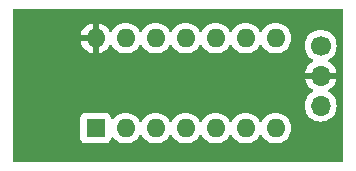
<source format=gbr>
%TF.GenerationSoftware,KiCad,Pcbnew,7.0.8*%
%TF.CreationDate,2023-10-28T23:36:24+09:00*%
%TF.ProjectId,cw_keyboard,63775f6b-6579-4626-9f61-72642e6b6963,rev?*%
%TF.SameCoordinates,Original*%
%TF.FileFunction,Copper,L2,Bot*%
%TF.FilePolarity,Positive*%
%FSLAX46Y46*%
G04 Gerber Fmt 4.6, Leading zero omitted, Abs format (unit mm)*
G04 Created by KiCad (PCBNEW 7.0.8) date 2023-10-28 23:36:24*
%MOMM*%
%LPD*%
G01*
G04 APERTURE LIST*
%TA.AperFunction,ComponentPad*%
%ADD10C,1.700000*%
%TD*%
%TA.AperFunction,ComponentPad*%
%ADD11O,1.700000X1.700000*%
%TD*%
%TA.AperFunction,ComponentPad*%
%ADD12O,1.600000X1.600000*%
%TD*%
%TA.AperFunction,ComponentPad*%
%ADD13R,1.600000X1.600000*%
%TD*%
%TA.AperFunction,ViaPad*%
%ADD14C,0.800000*%
%TD*%
G04 APERTURE END LIST*
D10*
%TO.P,Y1,1,1*%
%TO.N,Net-(U1-XTAL1{slash}PB0)*%
X51435000Y-24130000D03*
D11*
%TO.P,Y1,2,2*%
%TO.N,GND*%
X51435000Y-26670000D03*
%TO.P,Y1,3,3*%
%TO.N,Net-(U1-XTAL2{slash}PB1)*%
X51435000Y-29210000D03*
%TD*%
D12*
%TO.P,U1,14,GND*%
%TO.N,GND*%
X32385000Y-23495000D03*
%TO.P,U1,13,AREF/PA0*%
%TO.N,Net-(U1-AREF{slash}PA0)*%
X34925000Y-23495000D03*
%TO.P,U1,12,PA1*%
%TO.N,Net-(U1-PA1)*%
X37465000Y-23495000D03*
%TO.P,U1,11,PA2*%
%TO.N,Net-(D3-A)*%
X40005000Y-23495000D03*
%TO.P,U1,10,PA3*%
%TO.N,unconnected-(U1-PA3-Pad10)*%
X42545000Y-23495000D03*
%TO.P,U1,9,PA4*%
%TO.N,unconnected-(U1-PA4-Pad9)*%
X45085000Y-23495000D03*
%TO.P,U1,8,PA5*%
%TO.N,unconnected-(U1-PA5-Pad8)*%
X47625000Y-23495000D03*
%TO.P,U1,7,PA6*%
%TO.N,Net-(U1-PA6)*%
X47625000Y-31115000D03*
%TO.P,U1,6,PA7*%
%TO.N,TOUCHPAD*%
X45085000Y-31115000D03*
%TO.P,U1,5,PB2*%
%TO.N,unconnected-(U1-PB2-Pad5)*%
X42545000Y-31115000D03*
%TO.P,U1,4,~{RESET}/PB3*%
%TO.N,unconnected-(U1-~{RESET}{slash}PB3-Pad4)*%
X40005000Y-31115000D03*
%TO.P,U1,3,XTAL2/PB1*%
%TO.N,Net-(U1-XTAL2{slash}PB1)*%
X37465000Y-31115000D03*
%TO.P,U1,2,XTAL1/PB0*%
%TO.N,Net-(U1-XTAL1{slash}PB0)*%
X34925000Y-31115000D03*
D13*
%TO.P,U1,1,VCC*%
%TO.N,VCC*%
X32385000Y-31115000D03*
%TD*%
D14*
%TO.N,GND*%
X27305000Y-29845000D03*
X31115000Y-24765000D03*
X26575500Y-22872325D03*
%TD*%
%TA.AperFunction,Conductor*%
%TO.N,GND*%
G36*
X53283039Y-21020185D02*
G01*
X53328794Y-21072989D01*
X53340000Y-21124500D01*
X53340000Y-33875500D01*
X53320315Y-33942539D01*
X53267511Y-33988294D01*
X53216000Y-33999500D01*
X25524000Y-33999500D01*
X25456961Y-33979815D01*
X25411206Y-33927011D01*
X25400000Y-33875500D01*
X25400000Y-31962870D01*
X31084500Y-31962870D01*
X31084501Y-31962876D01*
X31090908Y-32022483D01*
X31141202Y-32157328D01*
X31141206Y-32157335D01*
X31227452Y-32272544D01*
X31227455Y-32272547D01*
X31342664Y-32358793D01*
X31342671Y-32358797D01*
X31477517Y-32409091D01*
X31477516Y-32409091D01*
X31484444Y-32409835D01*
X31537127Y-32415500D01*
X33232872Y-32415499D01*
X33292483Y-32409091D01*
X33427331Y-32358796D01*
X33542546Y-32272546D01*
X33628796Y-32157331D01*
X33679091Y-32022483D01*
X33682862Y-31987401D01*
X33709599Y-31922855D01*
X33766990Y-31883006D01*
X33836816Y-31880511D01*
X33896905Y-31916163D01*
X33907726Y-31929536D01*
X33924956Y-31954143D01*
X34085858Y-32115045D01*
X34085861Y-32115047D01*
X34272266Y-32245568D01*
X34478504Y-32341739D01*
X34698308Y-32400635D01*
X34860230Y-32414801D01*
X34924998Y-32420468D01*
X34925000Y-32420468D01*
X34925002Y-32420468D01*
X34981807Y-32415498D01*
X35151692Y-32400635D01*
X35371496Y-32341739D01*
X35577734Y-32245568D01*
X35764139Y-32115047D01*
X35925047Y-31954139D01*
X36055568Y-31767734D01*
X36082618Y-31709724D01*
X36128790Y-31657285D01*
X36195983Y-31638133D01*
X36262865Y-31658348D01*
X36307382Y-31709725D01*
X36334429Y-31767728D01*
X36334432Y-31767734D01*
X36464954Y-31954141D01*
X36625858Y-32115045D01*
X36625861Y-32115047D01*
X36812266Y-32245568D01*
X37018504Y-32341739D01*
X37238308Y-32400635D01*
X37400230Y-32414801D01*
X37464998Y-32420468D01*
X37465000Y-32420468D01*
X37465002Y-32420468D01*
X37521807Y-32415498D01*
X37691692Y-32400635D01*
X37911496Y-32341739D01*
X38117734Y-32245568D01*
X38304139Y-32115047D01*
X38465047Y-31954139D01*
X38595568Y-31767734D01*
X38622618Y-31709724D01*
X38668790Y-31657285D01*
X38735983Y-31638133D01*
X38802865Y-31658348D01*
X38847382Y-31709725D01*
X38874429Y-31767728D01*
X38874432Y-31767734D01*
X39004954Y-31954141D01*
X39165858Y-32115045D01*
X39165861Y-32115047D01*
X39352266Y-32245568D01*
X39558504Y-32341739D01*
X39778308Y-32400635D01*
X39940230Y-32414801D01*
X40004998Y-32420468D01*
X40005000Y-32420468D01*
X40005002Y-32420468D01*
X40061807Y-32415498D01*
X40231692Y-32400635D01*
X40451496Y-32341739D01*
X40657734Y-32245568D01*
X40844139Y-32115047D01*
X41005047Y-31954139D01*
X41135568Y-31767734D01*
X41162618Y-31709724D01*
X41208790Y-31657285D01*
X41275983Y-31638133D01*
X41342865Y-31658348D01*
X41387382Y-31709725D01*
X41414429Y-31767728D01*
X41414432Y-31767734D01*
X41544954Y-31954141D01*
X41705858Y-32115045D01*
X41705861Y-32115047D01*
X41892266Y-32245568D01*
X42098504Y-32341739D01*
X42318308Y-32400635D01*
X42480230Y-32414801D01*
X42544998Y-32420468D01*
X42545000Y-32420468D01*
X42545002Y-32420468D01*
X42601807Y-32415498D01*
X42771692Y-32400635D01*
X42991496Y-32341739D01*
X43197734Y-32245568D01*
X43384139Y-32115047D01*
X43545047Y-31954139D01*
X43675568Y-31767734D01*
X43702618Y-31709724D01*
X43748790Y-31657285D01*
X43815983Y-31638133D01*
X43882865Y-31658348D01*
X43927382Y-31709725D01*
X43954429Y-31767728D01*
X43954432Y-31767734D01*
X44084954Y-31954141D01*
X44245858Y-32115045D01*
X44245861Y-32115047D01*
X44432266Y-32245568D01*
X44638504Y-32341739D01*
X44858308Y-32400635D01*
X45020230Y-32414801D01*
X45084998Y-32420468D01*
X45085000Y-32420468D01*
X45085002Y-32420468D01*
X45141807Y-32415498D01*
X45311692Y-32400635D01*
X45531496Y-32341739D01*
X45737734Y-32245568D01*
X45924139Y-32115047D01*
X46085047Y-31954139D01*
X46215568Y-31767734D01*
X46242618Y-31709724D01*
X46288790Y-31657285D01*
X46355983Y-31638133D01*
X46422865Y-31658348D01*
X46467382Y-31709725D01*
X46494429Y-31767728D01*
X46494432Y-31767734D01*
X46624954Y-31954141D01*
X46785858Y-32115045D01*
X46785861Y-32115047D01*
X46972266Y-32245568D01*
X47178504Y-32341739D01*
X47398308Y-32400635D01*
X47560230Y-32414801D01*
X47624998Y-32420468D01*
X47625000Y-32420468D01*
X47625002Y-32420468D01*
X47681807Y-32415498D01*
X47851692Y-32400635D01*
X48071496Y-32341739D01*
X48277734Y-32245568D01*
X48464139Y-32115047D01*
X48625047Y-31954139D01*
X48755568Y-31767734D01*
X48851739Y-31561496D01*
X48910635Y-31341692D01*
X48930468Y-31115000D01*
X48910635Y-30888308D01*
X48851739Y-30668504D01*
X48755568Y-30462266D01*
X48625047Y-30275861D01*
X48625045Y-30275858D01*
X48464141Y-30114954D01*
X48277734Y-29984432D01*
X48277732Y-29984431D01*
X48071497Y-29888261D01*
X48071488Y-29888258D01*
X47851697Y-29829366D01*
X47851693Y-29829365D01*
X47851692Y-29829365D01*
X47851691Y-29829364D01*
X47851686Y-29829364D01*
X47625002Y-29809532D01*
X47624998Y-29809532D01*
X47398313Y-29829364D01*
X47398302Y-29829366D01*
X47178511Y-29888258D01*
X47178502Y-29888261D01*
X46972267Y-29984431D01*
X46972265Y-29984432D01*
X46785858Y-30114954D01*
X46624954Y-30275858D01*
X46494432Y-30462265D01*
X46494431Y-30462267D01*
X46467382Y-30520275D01*
X46421209Y-30572714D01*
X46354016Y-30591866D01*
X46287135Y-30571650D01*
X46242618Y-30520275D01*
X46225658Y-30483905D01*
X46215568Y-30462266D01*
X46085047Y-30275861D01*
X46085045Y-30275858D01*
X45924141Y-30114954D01*
X45737734Y-29984432D01*
X45737732Y-29984431D01*
X45531497Y-29888261D01*
X45531488Y-29888258D01*
X45311697Y-29829366D01*
X45311693Y-29829365D01*
X45311692Y-29829365D01*
X45311691Y-29829364D01*
X45311686Y-29829364D01*
X45085002Y-29809532D01*
X45084998Y-29809532D01*
X44858313Y-29829364D01*
X44858302Y-29829366D01*
X44638511Y-29888258D01*
X44638502Y-29888261D01*
X44432267Y-29984431D01*
X44432265Y-29984432D01*
X44245858Y-30114954D01*
X44084954Y-30275858D01*
X43954432Y-30462265D01*
X43954431Y-30462267D01*
X43927382Y-30520275D01*
X43881209Y-30572714D01*
X43814016Y-30591866D01*
X43747135Y-30571650D01*
X43702618Y-30520275D01*
X43685658Y-30483905D01*
X43675568Y-30462266D01*
X43545047Y-30275861D01*
X43545045Y-30275858D01*
X43384141Y-30114954D01*
X43197734Y-29984432D01*
X43197732Y-29984431D01*
X42991497Y-29888261D01*
X42991488Y-29888258D01*
X42771697Y-29829366D01*
X42771693Y-29829365D01*
X42771692Y-29829365D01*
X42771691Y-29829364D01*
X42771686Y-29829364D01*
X42545002Y-29809532D01*
X42544998Y-29809532D01*
X42318313Y-29829364D01*
X42318302Y-29829366D01*
X42098511Y-29888258D01*
X42098502Y-29888261D01*
X41892267Y-29984431D01*
X41892265Y-29984432D01*
X41705858Y-30114954D01*
X41544954Y-30275858D01*
X41414432Y-30462265D01*
X41414431Y-30462267D01*
X41387382Y-30520275D01*
X41341209Y-30572714D01*
X41274016Y-30591866D01*
X41207135Y-30571650D01*
X41162618Y-30520275D01*
X41145658Y-30483905D01*
X41135568Y-30462266D01*
X41005047Y-30275861D01*
X41005045Y-30275858D01*
X40844141Y-30114954D01*
X40657734Y-29984432D01*
X40657732Y-29984431D01*
X40451497Y-29888261D01*
X40451488Y-29888258D01*
X40231697Y-29829366D01*
X40231693Y-29829365D01*
X40231692Y-29829365D01*
X40231691Y-29829364D01*
X40231686Y-29829364D01*
X40005002Y-29809532D01*
X40004998Y-29809532D01*
X39778313Y-29829364D01*
X39778302Y-29829366D01*
X39558511Y-29888258D01*
X39558502Y-29888261D01*
X39352267Y-29984431D01*
X39352265Y-29984432D01*
X39165858Y-30114954D01*
X39004954Y-30275858D01*
X38874432Y-30462265D01*
X38874431Y-30462267D01*
X38847382Y-30520275D01*
X38801209Y-30572714D01*
X38734016Y-30591866D01*
X38667135Y-30571650D01*
X38622618Y-30520275D01*
X38605658Y-30483905D01*
X38595568Y-30462266D01*
X38465047Y-30275861D01*
X38465045Y-30275858D01*
X38304141Y-30114954D01*
X38117734Y-29984432D01*
X38117732Y-29984431D01*
X37911497Y-29888261D01*
X37911488Y-29888258D01*
X37691697Y-29829366D01*
X37691693Y-29829365D01*
X37691692Y-29829365D01*
X37691691Y-29829364D01*
X37691686Y-29829364D01*
X37465002Y-29809532D01*
X37464998Y-29809532D01*
X37238313Y-29829364D01*
X37238302Y-29829366D01*
X37018511Y-29888258D01*
X37018502Y-29888261D01*
X36812267Y-29984431D01*
X36812265Y-29984432D01*
X36625858Y-30114954D01*
X36464954Y-30275858D01*
X36334432Y-30462265D01*
X36334431Y-30462267D01*
X36307382Y-30520275D01*
X36261209Y-30572714D01*
X36194016Y-30591866D01*
X36127135Y-30571650D01*
X36082618Y-30520275D01*
X36065658Y-30483905D01*
X36055568Y-30462266D01*
X35925047Y-30275861D01*
X35925045Y-30275858D01*
X35764141Y-30114954D01*
X35577734Y-29984432D01*
X35577732Y-29984431D01*
X35371497Y-29888261D01*
X35371488Y-29888258D01*
X35151697Y-29829366D01*
X35151693Y-29829365D01*
X35151692Y-29829365D01*
X35151691Y-29829364D01*
X35151686Y-29829364D01*
X34925002Y-29809532D01*
X34924998Y-29809532D01*
X34698313Y-29829364D01*
X34698302Y-29829366D01*
X34478511Y-29888258D01*
X34478502Y-29888261D01*
X34272267Y-29984431D01*
X34272265Y-29984432D01*
X34085858Y-30114954D01*
X33924954Y-30275858D01*
X33907725Y-30300464D01*
X33853147Y-30344088D01*
X33783648Y-30351280D01*
X33721294Y-30319757D01*
X33685882Y-30259526D01*
X33682861Y-30242591D01*
X33679091Y-30207516D01*
X33628797Y-30072671D01*
X33628793Y-30072664D01*
X33542547Y-29957455D01*
X33542544Y-29957452D01*
X33427335Y-29871206D01*
X33427328Y-29871202D01*
X33292482Y-29820908D01*
X33292483Y-29820908D01*
X33232883Y-29814501D01*
X33232881Y-29814500D01*
X33232873Y-29814500D01*
X33232864Y-29814500D01*
X31537129Y-29814500D01*
X31537123Y-29814501D01*
X31477516Y-29820908D01*
X31342671Y-29871202D01*
X31342664Y-29871206D01*
X31227455Y-29957452D01*
X31227452Y-29957455D01*
X31141206Y-30072664D01*
X31141202Y-30072671D01*
X31090908Y-30207517D01*
X31084501Y-30267116D01*
X31084500Y-30267135D01*
X31084500Y-31962870D01*
X25400000Y-31962870D01*
X25400000Y-29210000D01*
X50079341Y-29210000D01*
X50099936Y-29445403D01*
X50099938Y-29445413D01*
X50161094Y-29673655D01*
X50161096Y-29673659D01*
X50161097Y-29673663D01*
X50224454Y-29809532D01*
X50260965Y-29887830D01*
X50260967Y-29887834D01*
X50369281Y-30042521D01*
X50396505Y-30081401D01*
X50563599Y-30248495D01*
X50660384Y-30316265D01*
X50757165Y-30384032D01*
X50757167Y-30384033D01*
X50757170Y-30384035D01*
X50971337Y-30483903D01*
X51199592Y-30545063D01*
X51387918Y-30561539D01*
X51434999Y-30565659D01*
X51435000Y-30565659D01*
X51435001Y-30565659D01*
X51474234Y-30562226D01*
X51670408Y-30545063D01*
X51898663Y-30483903D01*
X52112830Y-30384035D01*
X52306401Y-30248495D01*
X52473495Y-30081401D01*
X52609035Y-29887830D01*
X52708903Y-29673663D01*
X52770063Y-29445408D01*
X52790659Y-29210000D01*
X52770063Y-28974592D01*
X52708903Y-28746337D01*
X52609035Y-28532171D01*
X52473495Y-28338599D01*
X52473494Y-28338597D01*
X52306402Y-28171506D01*
X52306401Y-28171505D01*
X52120405Y-28041269D01*
X52076781Y-27986692D01*
X52069588Y-27917193D01*
X52101110Y-27854839D01*
X52120405Y-27838119D01*
X52306082Y-27708105D01*
X52473105Y-27541082D01*
X52608600Y-27347578D01*
X52708429Y-27133492D01*
X52708432Y-27133486D01*
X52765636Y-26920000D01*
X51868686Y-26920000D01*
X51894493Y-26879844D01*
X51935000Y-26741889D01*
X51935000Y-26598111D01*
X51894493Y-26460156D01*
X51868686Y-26420000D01*
X52765636Y-26420000D01*
X52765635Y-26419999D01*
X52708432Y-26206513D01*
X52708429Y-26206507D01*
X52608600Y-25992422D01*
X52608599Y-25992420D01*
X52473113Y-25798926D01*
X52473108Y-25798920D01*
X52306078Y-25631890D01*
X52120405Y-25501879D01*
X52076780Y-25447302D01*
X52069588Y-25377804D01*
X52101110Y-25315449D01*
X52120406Y-25298730D01*
X52306401Y-25168495D01*
X52473495Y-25001401D01*
X52609035Y-24807830D01*
X52708903Y-24593663D01*
X52770063Y-24365408D01*
X52790659Y-24130000D01*
X52770063Y-23894592D01*
X52708903Y-23666337D01*
X52609035Y-23452171D01*
X52480294Y-23268308D01*
X52473494Y-23258597D01*
X52306402Y-23091506D01*
X52306395Y-23091501D01*
X52112834Y-22955967D01*
X52112830Y-22955965D01*
X51994672Y-22900867D01*
X51898663Y-22856097D01*
X51898659Y-22856096D01*
X51898655Y-22856094D01*
X51670413Y-22794938D01*
X51670403Y-22794936D01*
X51435001Y-22774341D01*
X51434999Y-22774341D01*
X51199596Y-22794936D01*
X51199586Y-22794938D01*
X50971344Y-22856094D01*
X50971335Y-22856098D01*
X50757171Y-22955964D01*
X50757169Y-22955965D01*
X50563597Y-23091505D01*
X50396505Y-23258597D01*
X50260965Y-23452169D01*
X50260964Y-23452171D01*
X50161098Y-23666335D01*
X50161094Y-23666344D01*
X50099938Y-23894586D01*
X50099936Y-23894596D01*
X50079341Y-24129999D01*
X50079341Y-24130000D01*
X50099936Y-24365403D01*
X50099938Y-24365413D01*
X50161094Y-24593655D01*
X50161096Y-24593659D01*
X50161097Y-24593663D01*
X50175975Y-24625568D01*
X50260965Y-24807830D01*
X50260967Y-24807834D01*
X50396501Y-25001395D01*
X50396506Y-25001402D01*
X50563597Y-25168493D01*
X50563603Y-25168498D01*
X50749594Y-25298730D01*
X50793219Y-25353307D01*
X50800413Y-25422805D01*
X50768890Y-25485160D01*
X50749595Y-25501880D01*
X50563922Y-25631890D01*
X50563920Y-25631891D01*
X50396891Y-25798920D01*
X50396886Y-25798926D01*
X50261400Y-25992420D01*
X50261399Y-25992422D01*
X50161570Y-26206507D01*
X50161567Y-26206513D01*
X50104364Y-26419999D01*
X50104364Y-26420000D01*
X51001314Y-26420000D01*
X50975507Y-26460156D01*
X50935000Y-26598111D01*
X50935000Y-26741889D01*
X50975507Y-26879844D01*
X51001314Y-26920000D01*
X50104364Y-26920000D01*
X50161567Y-27133486D01*
X50161570Y-27133492D01*
X50261399Y-27347578D01*
X50396894Y-27541082D01*
X50563917Y-27708105D01*
X50749595Y-27838119D01*
X50793219Y-27892696D01*
X50800412Y-27962195D01*
X50768890Y-28024549D01*
X50749595Y-28041269D01*
X50563594Y-28171508D01*
X50396505Y-28338597D01*
X50260965Y-28532169D01*
X50260964Y-28532171D01*
X50161098Y-28746335D01*
X50161094Y-28746344D01*
X50099938Y-28974586D01*
X50099936Y-28974596D01*
X50079341Y-29209999D01*
X50079341Y-29210000D01*
X25400000Y-29210000D01*
X25400000Y-23244999D01*
X31106127Y-23244999D01*
X31106128Y-23245000D01*
X32069314Y-23245000D01*
X32057359Y-23256955D01*
X31999835Y-23369852D01*
X31980014Y-23495000D01*
X31999835Y-23620148D01*
X32057359Y-23733045D01*
X32069314Y-23745000D01*
X31106128Y-23745000D01*
X31158730Y-23941317D01*
X31158734Y-23941326D01*
X31254865Y-24147482D01*
X31385342Y-24333820D01*
X31546179Y-24494657D01*
X31732517Y-24625134D01*
X31938673Y-24721265D01*
X31938682Y-24721269D01*
X32134999Y-24773872D01*
X32135000Y-24773871D01*
X32135000Y-23810686D01*
X32146955Y-23822641D01*
X32259852Y-23880165D01*
X32353519Y-23895000D01*
X32416481Y-23895000D01*
X32510148Y-23880165D01*
X32623045Y-23822641D01*
X32635000Y-23810686D01*
X32635000Y-24773872D01*
X32831317Y-24721269D01*
X32831326Y-24721265D01*
X33037482Y-24625134D01*
X33223820Y-24494657D01*
X33384657Y-24333820D01*
X33515132Y-24147484D01*
X33542341Y-24089134D01*
X33588513Y-24036695D01*
X33655707Y-24017542D01*
X33722588Y-24037757D01*
X33767106Y-24089133D01*
X33794431Y-24147732D01*
X33794432Y-24147734D01*
X33924954Y-24334141D01*
X34085858Y-24495045D01*
X34085861Y-24495047D01*
X34272266Y-24625568D01*
X34478504Y-24721739D01*
X34698308Y-24780635D01*
X34860230Y-24794801D01*
X34924998Y-24800468D01*
X34925000Y-24800468D01*
X34925002Y-24800468D01*
X34981673Y-24795509D01*
X35151692Y-24780635D01*
X35371496Y-24721739D01*
X35577734Y-24625568D01*
X35764139Y-24495047D01*
X35925047Y-24334139D01*
X36055568Y-24147734D01*
X36082618Y-24089724D01*
X36128790Y-24037285D01*
X36195983Y-24018133D01*
X36262865Y-24038348D01*
X36307382Y-24089725D01*
X36334429Y-24147728D01*
X36334432Y-24147734D01*
X36464954Y-24334141D01*
X36625858Y-24495045D01*
X36625861Y-24495047D01*
X36812266Y-24625568D01*
X37018504Y-24721739D01*
X37238308Y-24780635D01*
X37400230Y-24794801D01*
X37464998Y-24800468D01*
X37465000Y-24800468D01*
X37465002Y-24800468D01*
X37521673Y-24795509D01*
X37691692Y-24780635D01*
X37911496Y-24721739D01*
X38117734Y-24625568D01*
X38304139Y-24495047D01*
X38465047Y-24334139D01*
X38595568Y-24147734D01*
X38622618Y-24089724D01*
X38668790Y-24037285D01*
X38735983Y-24018133D01*
X38802865Y-24038348D01*
X38847382Y-24089725D01*
X38874429Y-24147728D01*
X38874432Y-24147734D01*
X39004954Y-24334141D01*
X39165858Y-24495045D01*
X39165861Y-24495047D01*
X39352266Y-24625568D01*
X39558504Y-24721739D01*
X39778308Y-24780635D01*
X39940230Y-24794801D01*
X40004998Y-24800468D01*
X40005000Y-24800468D01*
X40005002Y-24800468D01*
X40061673Y-24795509D01*
X40231692Y-24780635D01*
X40451496Y-24721739D01*
X40657734Y-24625568D01*
X40844139Y-24495047D01*
X41005047Y-24334139D01*
X41135568Y-24147734D01*
X41162618Y-24089724D01*
X41208790Y-24037285D01*
X41275983Y-24018133D01*
X41342865Y-24038348D01*
X41387382Y-24089725D01*
X41414429Y-24147728D01*
X41414432Y-24147734D01*
X41544954Y-24334141D01*
X41705858Y-24495045D01*
X41705861Y-24495047D01*
X41892266Y-24625568D01*
X42098504Y-24721739D01*
X42318308Y-24780635D01*
X42480230Y-24794801D01*
X42544998Y-24800468D01*
X42545000Y-24800468D01*
X42545002Y-24800468D01*
X42601673Y-24795509D01*
X42771692Y-24780635D01*
X42991496Y-24721739D01*
X43197734Y-24625568D01*
X43384139Y-24495047D01*
X43545047Y-24334139D01*
X43675568Y-24147734D01*
X43702618Y-24089724D01*
X43748790Y-24037285D01*
X43815983Y-24018133D01*
X43882865Y-24038348D01*
X43927382Y-24089725D01*
X43954429Y-24147728D01*
X43954432Y-24147734D01*
X44084954Y-24334141D01*
X44245858Y-24495045D01*
X44245861Y-24495047D01*
X44432266Y-24625568D01*
X44638504Y-24721739D01*
X44858308Y-24780635D01*
X45020230Y-24794801D01*
X45084998Y-24800468D01*
X45085000Y-24800468D01*
X45085002Y-24800468D01*
X45141673Y-24795509D01*
X45311692Y-24780635D01*
X45531496Y-24721739D01*
X45737734Y-24625568D01*
X45924139Y-24495047D01*
X46085047Y-24334139D01*
X46215568Y-24147734D01*
X46242618Y-24089724D01*
X46288790Y-24037285D01*
X46355983Y-24018133D01*
X46422865Y-24038348D01*
X46467382Y-24089725D01*
X46494429Y-24147728D01*
X46494432Y-24147734D01*
X46624954Y-24334141D01*
X46785858Y-24495045D01*
X46785861Y-24495047D01*
X46972266Y-24625568D01*
X47178504Y-24721739D01*
X47398308Y-24780635D01*
X47560230Y-24794801D01*
X47624998Y-24800468D01*
X47625000Y-24800468D01*
X47625002Y-24800468D01*
X47681673Y-24795509D01*
X47851692Y-24780635D01*
X48071496Y-24721739D01*
X48277734Y-24625568D01*
X48464139Y-24495047D01*
X48625047Y-24334139D01*
X48755568Y-24147734D01*
X48851739Y-23941496D01*
X48910635Y-23721692D01*
X48930468Y-23495000D01*
X48910635Y-23268308D01*
X48851739Y-23048504D01*
X48755568Y-22842266D01*
X48625047Y-22655861D01*
X48625045Y-22655858D01*
X48464141Y-22494954D01*
X48277734Y-22364432D01*
X48277732Y-22364431D01*
X48071497Y-22268261D01*
X48071488Y-22268258D01*
X47851697Y-22209366D01*
X47851693Y-22209365D01*
X47851692Y-22209365D01*
X47851691Y-22209364D01*
X47851686Y-22209364D01*
X47625002Y-22189532D01*
X47624998Y-22189532D01*
X47398313Y-22209364D01*
X47398302Y-22209366D01*
X47178511Y-22268258D01*
X47178502Y-22268261D01*
X46972267Y-22364431D01*
X46972265Y-22364432D01*
X46785858Y-22494954D01*
X46624954Y-22655858D01*
X46494432Y-22842265D01*
X46494431Y-22842267D01*
X46467382Y-22900275D01*
X46421209Y-22952714D01*
X46354016Y-22971866D01*
X46287135Y-22951650D01*
X46242618Y-22900275D01*
X46222018Y-22856098D01*
X46215568Y-22842266D01*
X46085047Y-22655861D01*
X46085045Y-22655858D01*
X45924141Y-22494954D01*
X45737734Y-22364432D01*
X45737732Y-22364431D01*
X45531497Y-22268261D01*
X45531488Y-22268258D01*
X45311697Y-22209366D01*
X45311693Y-22209365D01*
X45311692Y-22209365D01*
X45311691Y-22209364D01*
X45311686Y-22209364D01*
X45085002Y-22189532D01*
X45084998Y-22189532D01*
X44858313Y-22209364D01*
X44858302Y-22209366D01*
X44638511Y-22268258D01*
X44638502Y-22268261D01*
X44432267Y-22364431D01*
X44432265Y-22364432D01*
X44245858Y-22494954D01*
X44084954Y-22655858D01*
X43954432Y-22842265D01*
X43954431Y-22842267D01*
X43927382Y-22900275D01*
X43881209Y-22952714D01*
X43814016Y-22971866D01*
X43747135Y-22951650D01*
X43702618Y-22900275D01*
X43682018Y-22856098D01*
X43675568Y-22842266D01*
X43545047Y-22655861D01*
X43545045Y-22655858D01*
X43384141Y-22494954D01*
X43197734Y-22364432D01*
X43197732Y-22364431D01*
X42991497Y-22268261D01*
X42991488Y-22268258D01*
X42771697Y-22209366D01*
X42771693Y-22209365D01*
X42771692Y-22209365D01*
X42771691Y-22209364D01*
X42771686Y-22209364D01*
X42545002Y-22189532D01*
X42544998Y-22189532D01*
X42318313Y-22209364D01*
X42318302Y-22209366D01*
X42098511Y-22268258D01*
X42098502Y-22268261D01*
X41892267Y-22364431D01*
X41892265Y-22364432D01*
X41705858Y-22494954D01*
X41544954Y-22655858D01*
X41414432Y-22842265D01*
X41414431Y-22842267D01*
X41387382Y-22900275D01*
X41341209Y-22952714D01*
X41274016Y-22971866D01*
X41207135Y-22951650D01*
X41162618Y-22900275D01*
X41142018Y-22856098D01*
X41135568Y-22842266D01*
X41005047Y-22655861D01*
X41005045Y-22655858D01*
X40844141Y-22494954D01*
X40657734Y-22364432D01*
X40657732Y-22364431D01*
X40451497Y-22268261D01*
X40451488Y-22268258D01*
X40231697Y-22209366D01*
X40231693Y-22209365D01*
X40231692Y-22209365D01*
X40231691Y-22209364D01*
X40231686Y-22209364D01*
X40005002Y-22189532D01*
X40004998Y-22189532D01*
X39778313Y-22209364D01*
X39778302Y-22209366D01*
X39558511Y-22268258D01*
X39558502Y-22268261D01*
X39352267Y-22364431D01*
X39352265Y-22364432D01*
X39165858Y-22494954D01*
X39004954Y-22655858D01*
X38874432Y-22842265D01*
X38874431Y-22842267D01*
X38847382Y-22900275D01*
X38801209Y-22952714D01*
X38734016Y-22971866D01*
X38667135Y-22951650D01*
X38622618Y-22900275D01*
X38602018Y-22856098D01*
X38595568Y-22842266D01*
X38465047Y-22655861D01*
X38465045Y-22655858D01*
X38304141Y-22494954D01*
X38117734Y-22364432D01*
X38117732Y-22364431D01*
X37911497Y-22268261D01*
X37911488Y-22268258D01*
X37691697Y-22209366D01*
X37691693Y-22209365D01*
X37691692Y-22209365D01*
X37691691Y-22209364D01*
X37691686Y-22209364D01*
X37465002Y-22189532D01*
X37464998Y-22189532D01*
X37238313Y-22209364D01*
X37238302Y-22209366D01*
X37018511Y-22268258D01*
X37018502Y-22268261D01*
X36812267Y-22364431D01*
X36812265Y-22364432D01*
X36625858Y-22494954D01*
X36464954Y-22655858D01*
X36334432Y-22842265D01*
X36334431Y-22842267D01*
X36307382Y-22900275D01*
X36261209Y-22952714D01*
X36194016Y-22971866D01*
X36127135Y-22951650D01*
X36082618Y-22900275D01*
X36062018Y-22856098D01*
X36055568Y-22842266D01*
X35925047Y-22655861D01*
X35925045Y-22655858D01*
X35764141Y-22494954D01*
X35577734Y-22364432D01*
X35577732Y-22364431D01*
X35371497Y-22268261D01*
X35371488Y-22268258D01*
X35151697Y-22209366D01*
X35151693Y-22209365D01*
X35151692Y-22209365D01*
X35151691Y-22209364D01*
X35151686Y-22209364D01*
X34925002Y-22189532D01*
X34924998Y-22189532D01*
X34698313Y-22209364D01*
X34698302Y-22209366D01*
X34478511Y-22268258D01*
X34478502Y-22268261D01*
X34272267Y-22364431D01*
X34272265Y-22364432D01*
X34085858Y-22494954D01*
X33924954Y-22655858D01*
X33827571Y-22794938D01*
X33794432Y-22842266D01*
X33787983Y-22856097D01*
X33767106Y-22900867D01*
X33720933Y-22953306D01*
X33653739Y-22972457D01*
X33586858Y-22952241D01*
X33542342Y-22900865D01*
X33515135Y-22842520D01*
X33515134Y-22842518D01*
X33384657Y-22656179D01*
X33223820Y-22495342D01*
X33037482Y-22364865D01*
X32831328Y-22268734D01*
X32635000Y-22216127D01*
X32635000Y-23179314D01*
X32623045Y-23167359D01*
X32510148Y-23109835D01*
X32416481Y-23095000D01*
X32353519Y-23095000D01*
X32259852Y-23109835D01*
X32146955Y-23167359D01*
X32135000Y-23179314D01*
X32135000Y-22216127D01*
X31938671Y-22268734D01*
X31732517Y-22364865D01*
X31546179Y-22495342D01*
X31385342Y-22656179D01*
X31254865Y-22842517D01*
X31158734Y-23048673D01*
X31158730Y-23048682D01*
X31106127Y-23244999D01*
X25400000Y-23244999D01*
X25400000Y-21124500D01*
X25419685Y-21057461D01*
X25472489Y-21011706D01*
X25524000Y-21000500D01*
X53216000Y-21000500D01*
X53283039Y-21020185D01*
G37*
%TD.AperFunction*%
%TD*%
M02*

</source>
